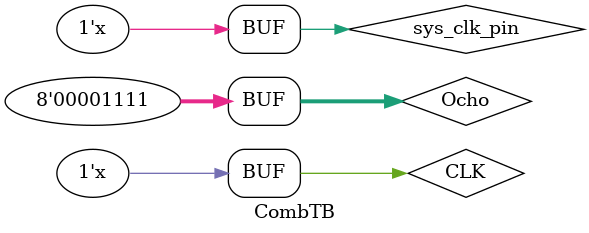
<source format=v>
`timescale 1ns / 1ps


module CombTB();
reg [7:0] Ocho;
wire sys_clk_pin;
reg CLK;
wire a,b,c,d,e,f,g,h,pwm;
Comb U1(Ocho,sys_clk_pin,a,b,c,d,e,f,g,h,pwm);

assign sys_clk_pin = CLK;

initial begin
Ocho=8'b00001111;
CLK = 0;
end

always #20 CLK <= ~CLK;


endmodule

</source>
